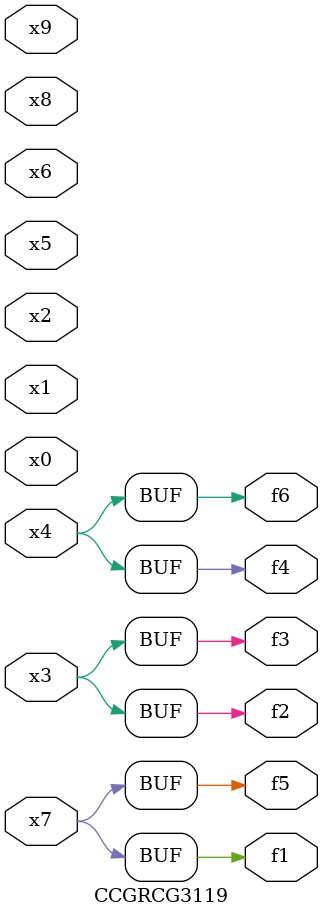
<source format=v>
module CCGRCG3119(
	input x0, x1, x2, x3, x4, x5, x6, x7, x8, x9,
	output f1, f2, f3, f4, f5, f6
);
	assign f1 = x7;
	assign f2 = x3;
	assign f3 = x3;
	assign f4 = x4;
	assign f5 = x7;
	assign f6 = x4;
endmodule

</source>
